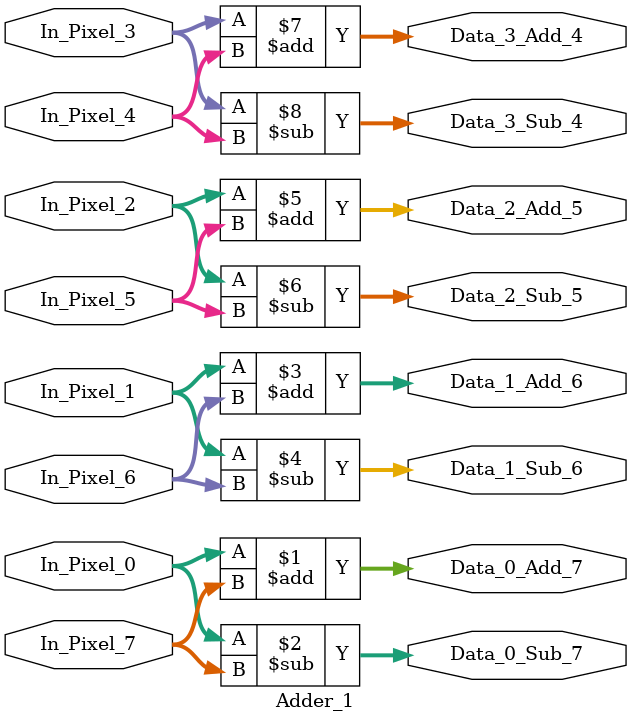
<source format=v>
module Adder_1(
In_Pixel_0,
In_Pixel_1,
In_Pixel_2,
In_Pixel_3,
In_Pixel_4,
In_Pixel_5,
In_Pixel_6,
In_Pixel_7,
Data_0_Add_7,
Data_0_Sub_7,
Data_1_Add_6,
Data_1_Sub_6,
Data_2_Add_5,
Data_2_Sub_5,
Data_3_Add_4,
Data_3_Sub_4
);

//Data bit width parameter
parameter WIDTH = 8;

input signed [WIDTH-1:0] In_Pixel_0;//Input pixel value 0
input signed [WIDTH-1:0] In_Pixel_1;//Input pixel value 1
input signed [WIDTH-1:0] In_Pixel_2;//Input pixel value 2
input signed [WIDTH-1:0] In_Pixel_3;//Input pixel value 3
input signed [WIDTH-1:0] In_Pixel_4;//Input pixel value 4
input signed [WIDTH-1:0] In_Pixel_5;//Input pixel value 5
input signed [WIDTH-1:0] In_Pixel_6;//Input pixel value 6
input signed [WIDTH-1:0] In_Pixel_7;//Input pixel value 7

output signed [WIDTH:0] Data_0_Add_7;//Output value Pixel 0+7
output signed [WIDTH:0] Data_0_Sub_7;//Output value Pixel 0-7
output signed [WIDTH:0] Data_1_Add_6;//Output value Pixel 1+6
output signed [WIDTH:0] Data_1_Sub_6;//Output value Pixel 1-6    
output signed [WIDTH:0] Data_2_Add_5;//Output value Pixel 2+5
output signed [WIDTH:0] Data_2_Sub_5;//Output value Pixel 2-5
output signed [WIDTH:0] Data_3_Add_4;//Output value Pixel 3+4
output signed [WIDTH:0] Data_3_Sub_4;//Output value Pixel 3-4

//Add = Adder "+"//Sub = Subtractor "-"
assign Data_0_Add_7 = In_Pixel_0 + In_Pixel_7;
assign Data_0_Sub_7 = In_Pixel_0 - In_Pixel_7;
assign Data_1_Add_6 = In_Pixel_1 + In_Pixel_6;
assign Data_1_Sub_6 = In_Pixel_1 - In_Pixel_6;
assign Data_2_Add_5 = In_Pixel_2 + In_Pixel_5;
assign Data_2_Sub_5 = In_Pixel_2 - In_Pixel_5;
assign Data_3_Add_4 = In_Pixel_3 + In_Pixel_4;
assign Data_3_Sub_4 = In_Pixel_3 - In_Pixel_4;

endmodule 
</source>
